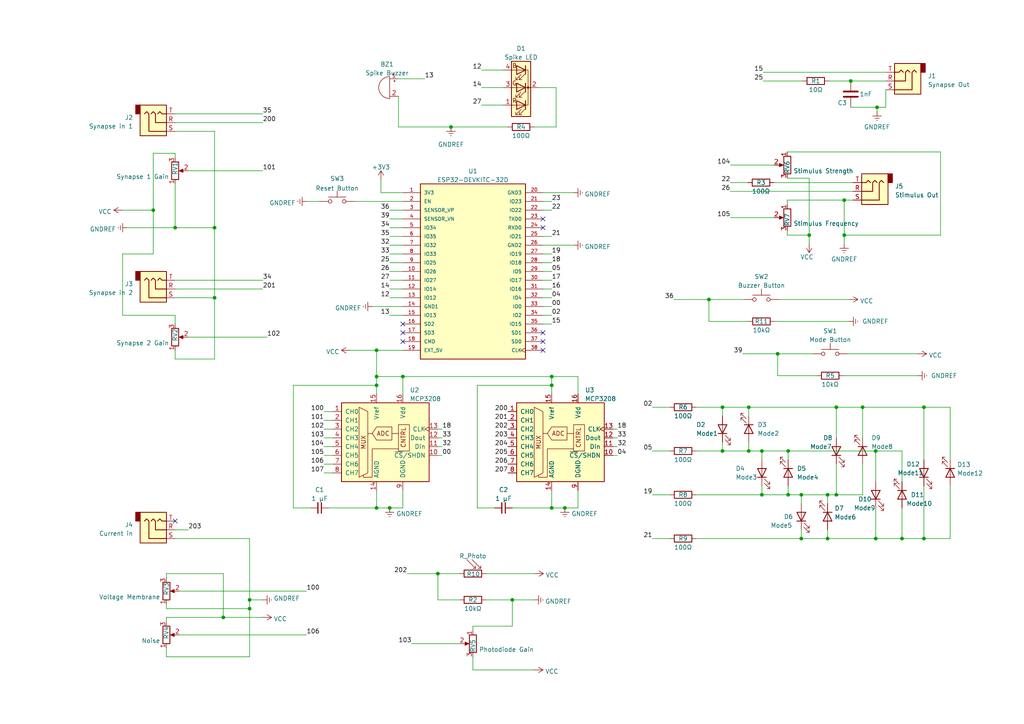
<source format=kicad_sch>
(kicad_sch (version 20250114) (generator "eeschema") (generator_version "9.0")
  (paper "A4")
  (lib_symbols
    (symbol "Analog_ADC:MCP3208" (pin_names (offset 1.016))
      (property "Reference" "U" (at -5.08 13.335 0))
      (property "Value" "MCP3208" (at -5.08 11.43 0))
      (symbol "MCP3208_0_0"
        (text "MUX" (at -6.35 -1.27 900) (effects (font (size 1.27 1.27))))
        (text "ADC" (at -0.635 1.27 0) (effects (font (size 1.27 1.27))))
        (text "CNTRL" (at 5.969 -2.921 900) (effects (font (size 1.27 1.27)) (justify left bottom)))
      )
      (symbol "MCP3208_0_1"
        (polyline (pts (xy -7.62 8.89) (xy -7.62 -11.43) (xy -5.08 -10.16) (xy -5.08 7.62) (xy -7.62 8.89)))
        (polyline (pts (xy -3.81 1.27) (xy -5.08 1.27)))
        (polyline (pts (xy 1.905 3.175) (xy 1.905 -0.635) (xy -2.54 -0.635) (xy -3.81 1.27) (xy -2.54 3.175) (xy 1.905 3.175)))
        (polyline (pts (xy 1.905 1.27) (xy 3.81 1.27)))
        (polyline (pts (xy 3.81 -3.175) (xy -3.81 -3.175) (xy -3.81 -11.43) (xy -6.35 -11.43) (xy -6.35 -10.795)))
        (rectangle (start 3.81 -3.81) (end 6.985 3.81))
        (rectangle (start 12.7 -12.7) (end -12.7 10.16) (stroke (width 0.254)) (fill (type background)))
      )
      (symbol "MCP3208_1_1"
        (pin input line (at -15.24 7.62 0) (length 2.54) (name "CH0") (number "1"))
        (pin input line (at -15.24 5.08 0) (length 2.54) (name "CH1") (number "2"))
        (pin input line (at -15.24 2.54 0) (length 2.54) (name "CH2") (number "3"))
        (pin input line (at -15.24 0 0) (length 2.54) (name "CH3") (number "4"))
        (pin input line (at -15.24 -2.54 0) (length 2.54) (name "CH4") (number "5"))
        (pin input line (at -15.24 -5.08 0) (length 2.54) (name "CH5") (number "6"))
        (pin input line (at -15.24 -7.62 0) (length 2.54) (name "CH6") (number "7"))
        (pin input line (at -15.24 -10.16 0) (length 2.54) (name "CH7") (number "8"))
        (pin power_in line (at -2.54 12.7 270) (length 2.54) (name "Vref") (number "15"))
        (pin power_in line (at -2.54 -15.24 90) (length 2.54) (name "AGND") (number "14"))
        (pin power_in line (at 5.08 12.7 270) (length 2.54) (name "Vdd") (number "16"))
        (pin power_in line (at 5.08 -15.24 90) (length 2.54) (name "DGND") (number "9"))
        (pin input clock (at 15.24 2.54 180) (length 2.54) (name "CLK") (number "13"))
        (pin output line (at 15.24 0 180) (length 2.54) (name "Dout") (number "12"))
        (pin input line (at 15.24 -2.54 180) (length 2.54) (name "Din") (number "11"))
        (pin input line (at 15.24 -5.08 180) (length 2.54) (name "~{CS}/SHDN") (number "10"))
      )
    )
    (symbol "Connector:AudioJack3"
      (property "Reference" "J" (at 0 8.89 0))
      (property "Value" "AudioJack3" (at 0 6.35 0))
      (symbol "AudioJack3_0_1"
        (rectangle (start -5.08 -5.08) (end -6.35 -2.54) (stroke (width 0.254)) (fill (type outline)))
        (polyline (pts (xy -1.905 -2.54) (xy -1.27 -3.175) (xy -0.635 -2.54) (xy -0.635 0) (xy 2.54 0)) (stroke (width 0.254)))
        (polyline (pts (xy 0 -2.54) (xy 0.635 -3.175) (xy 1.27 -2.54) (xy 2.54 -2.54)) (stroke (width 0.254)))
        (rectangle (start 2.54 3.81) (end -5.08 -5.08) (stroke (width 0.254)) (fill (type background)))
        (polyline (pts (xy 2.54 2.54) (xy -2.54 2.54) (xy -2.54 -2.54) (xy -3.175 -3.175) (xy -3.81 -2.54)) (stroke (width 0.254)))
      )
      (symbol "AudioJack3_1_1"
        (pin passive line (at 5.08 2.54 180) (length 2.54) (name "~") (number "S"))
        (pin passive line (at 5.08 0 180) (length 2.54) (name "~") (number "R"))
        (pin passive line (at 5.08 -2.54 180) (length 2.54) (name "~") (number "T"))
      )
    )
    (symbol "Device:Buzzer" (pin_names (offset 0.0254) (hide yes))
      (property "Reference" "BZ" (at 3.81 1.27 0))
      (property "Value" "Buzzer" (at 3.81 -1.27 0))
      (symbol "Buzzer_0_1"
        (polyline (pts (xy -1.651 1.905) (xy -1.143 1.905)))
        (polyline (pts (xy -1.397 2.159) (xy -1.397 1.651)))
        (arc (start 0 3.175) (mid 3.1612 0) (end 0 -3.175))
        (polyline (pts (xy 0 3.175) (xy 0 -3.175)))
      )
      (symbol "Buzzer_1_1"
        (pin passive line (at -2.54 2.54 0) (length 2.54) (name "-") (number "1"))
        (pin passive line (at -2.54 -2.54 0) (length 2.54) (name "+") (number "2"))
      )
    )
    (symbol "Device:C" (pin_numbers (hide yes)) (pin_names (offset 0.254))
      (property "Reference" "C" (at 0.635 2.54 0))
      (property "Value" "C" (at 0.635 -2.54 0))
      (symbol "C_0_1"
        (polyline (pts (xy -2.032 0.762) (xy 2.032 0.762)) (stroke (width 0.508)))
        (polyline (pts (xy -2.032 -0.762) (xy 2.032 -0.762)) (stroke (width 0.508)))
      )
      (symbol "C_1_1"
        (pin passive line (at 0 3.81 270) (length 2.794) (name "~") (number "1"))
        (pin passive line (at 0 -3.81 90) (length 2.794) (name "~") (number "2"))
      )
    )
    (symbol "Device:C_Small" (pin_numbers (hide yes)) (pin_names (offset 0.254) (hide yes))
      (property "Reference" "C" (at 0.254 1.778 0))
      (property "Value" "C_Small" (at 0.254 -2.032 0))
      (symbol "C_Small_0_1"
        (polyline (pts (xy -1.524 0.508) (xy 1.524 0.508)) (stroke (width 0.3048)))
        (polyline (pts (xy -1.524 -0.508) (xy 1.524 -0.508)) (stroke (width 0.3302)))
      )
      (symbol "C_Small_1_1"
        (pin passive line (at 0 2.54 270) (length 2.032) (name "~") (number "1"))
        (pin passive line (at 0 -2.54 90) (length 2.032) (name "~") (number "2"))
      )
    )
    (symbol "Device:LED" (pin_numbers (hide yes)) (pin_names (offset 1.016) (hide yes))
      (property "Reference" "D" (at 0 2.54 0))
      (property "Value" "LED" (at 0 -2.54 0))
      (symbol "LED_0_1"
        (polyline (pts (xy -3.048 -0.762) (xy -4.572 -2.286) (xy -3.81 -2.286) (xy -4.572 -2.286) (xy -4.572 -1.524)))
        (polyline (pts (xy -1.778 -0.762) (xy -3.302 -2.286) (xy -2.54 -2.286) (xy -3.302 -2.286) (xy -3.302 -1.524)))
        (polyline (pts (xy -1.27 0) (xy 1.27 0)))
        (polyline (pts (xy -1.27 -1.27) (xy -1.27 1.27)) (stroke (width 0.254)))
        (polyline (pts (xy 1.27 -1.27) (xy 1.27 1.27) (xy -1.27 0) (xy 1.27 -1.27)) (stroke (width 0.254)))
      )
      (symbol "LED_1_1"
        (pin passive line (at -3.81 0 0) (length 2.54) (name "K") (number "1"))
        (pin passive line (at 3.81 0 180) (length 2.54) (name "A") (number "2"))
      )
    )
    (symbol "Device:LED_RKGB" (pin_names (offset 0) (hide yes))
      (property "Reference" "D" (at 0 9.398 0))
      (property "Value" "LED_RKGB" (at 0 -8.89 0))
      (symbol "LED_RKGB_0_0"
        (text "R" (at 1.905 3.81 0) (effects (font (size 1.27 1.27))))
        (text "G" (at 1.905 -1.27 0) (effects (font (size 1.27 1.27))))
        (text "B" (at 1.905 -6.35 0) (effects (font (size 1.27 1.27))))
      )
      (symbol "LED_RKGB_0_1"
        (circle (center -2.032 0) (radius 0.254) (fill (type outline)))
        (polyline (pts (xy -1.27 6.35) (xy -1.27 3.81)) (stroke (width 0.254)))
        (polyline (pts (xy -1.27 6.35) (xy -1.27 3.81) (xy -1.27 3.81)))
        (polyline (pts (xy -1.27 5.08) (xy 1.27 5.08)))
        (polyline (pts (xy -1.27 5.08) (xy -2.032 5.08) (xy -2.032 -5.08) (xy -1.016 -5.08)))
        (polyline (pts (xy -1.27 1.27) (xy -1.27 -1.27)) (stroke (width 0.254)))
        (polyline (pts (xy -1.27 1.27) (xy -1.27 -1.27) (xy -1.27 -1.27)))
        (polyline (pts (xy -1.27 0) (xy -2.54 0)))
        (polyline (pts (xy -1.27 -3.81) (xy -1.27 -6.35)) (stroke (width 0.254)))
        (polyline (pts (xy -1.27 -5.08) (xy 1.27 -5.08)))
        (polyline (pts (xy -1.016 6.35) (xy 0.508 7.874) (xy -0.254 7.874) (xy 0.508 7.874) (xy 0.508 7.112)))
        (polyline (pts (xy -1.016 1.27) (xy 0.508 2.794) (xy -0.254 2.794) (xy 0.508 2.794) (xy 0.508 2.032)))
        (polyline (pts (xy -1.016 -3.81) (xy 0.508 -2.286) (xy -0.254 -2.286) (xy 0.508 -2.286) (xy 0.508 -3.048)))
        (polyline (pts (xy 0 6.35) (xy 1.524 7.874) (xy 0.762 7.874) (xy 1.524 7.874) (xy 1.524 7.112)))
        (polyline (pts (xy 0 1.27) (xy 1.524 2.794) (xy 0.762 2.794) (xy 1.524 2.794) (xy 1.524 2.032)))
        (polyline (pts (xy 0 -3.81) (xy 1.524 -2.286) (xy 0.762 -2.286) (xy 1.524 -2.286) (xy 1.524 -3.048)))
        (polyline (pts (xy 1.27 6.35) (xy 1.27 3.81) (xy -1.27 5.08) (xy 1.27 6.35)) (stroke (width 0.254)))
        (rectangle (start 1.27 6.35) (end 1.27 6.35))
        (polyline (pts (xy 1.27 5.08) (xy 2.54 5.08)))
        (rectangle (start 1.27 3.81) (end 1.27 6.35))
        (polyline (pts (xy 1.27 1.27) (xy 1.27 -1.27) (xy -1.27 0) (xy 1.27 1.27)) (stroke (width 0.254)))
        (rectangle (start 1.27 1.27) (end 1.27 1.27))
        (polyline (pts (xy 1.27 0) (xy -1.27 0)))
        (polyline (pts (xy 1.27 0) (xy 2.54 0)))
        (rectangle (start 1.27 -1.27) (end 1.27 1.27))
        (polyline (pts (xy 1.27 -3.81) (xy 1.27 -6.35) (xy -1.27 -5.08) (xy 1.27 -3.81)) (stroke (width 0.254)))
        (polyline (pts (xy 1.27 -5.08) (xy 2.54 -5.08)))
        (rectangle (start 2.794 8.382) (end -2.794 -7.62) (stroke (width 0.254)) (fill (type background)))
      )
      (symbol "LED_RKGB_1_1"
        (pin passive line (at -5.08 0 0) (length 2.54) (name "K") (number "2"))
        (pin passive line (at 5.08 5.08 180) (length 2.54) (name "RA") (number "1"))
        (pin passive line (at 5.08 0 180) (length 2.54) (name "GA") (number "3"))
        (pin passive line (at 5.08 -5.08 180) (length 2.54) (name "BA") (number "4"))
      )
    )
    (symbol "Device:R" (pin_numbers (hide yes)) (pin_names (offset 0))
      (property "Reference" "R" (at 2.032 0 90))
      (property "Value" "R" (at 0 0 90))
      (symbol "R_0_1"
        (rectangle (start -1.016 -2.54) (end 1.016 2.54) (stroke (width 0.254)))
      )
      (symbol "R_1_1"
        (pin passive line (at 0 3.81 270) (length 1.27) (name "~") (number "1"))
        (pin passive line (at 0 -3.81 90) (length 1.27) (name "~") (number "2"))
      )
    )
    (symbol "Device:R_Photo" (pin_numbers (hide yes)) (pin_names (offset 0))
      (property "Reference" "R" (at 1.27 1.27 0))
      (property "Value" "R_Photo" (at 1.27 0 0))
      (symbol "R_Photo_0_1"
        (polyline (pts (xy -1.524 -0.762) (xy -4.064 1.778)))
        (polyline (pts (xy -1.524 -0.762) (xy -2.286 -0.762)))
        (polyline (pts (xy -1.524 -0.762) (xy -1.524 0)))
        (polyline (pts (xy -1.524 -2.286) (xy -4.064 0.254)))
        (polyline (pts (xy -1.524 -2.286) (xy -2.286 -2.286)))
        (polyline (pts (xy -1.524 -2.286) (xy -1.524 -1.524)))
        (rectangle (start -1.016 2.54) (end 1.016 -2.54) (stroke (width 0.254)))
      )
      (symbol "R_Photo_1_1"
        (pin passive line (at 0 3.81 270) (length 1.27) (name "~") (number "1"))
        (pin passive line (at 0 -3.81 90) (length 1.27) (name "~") (number "2"))
      )
    )
    (symbol "Device:R_Potentiometer" (pin_names (offset 1.016) (hide yes))
      (property "Reference" "RV" (at -4.445 0 90))
      (property "Value" "R_Potentiometer" (at -2.54 0 90))
      (symbol "R_Potentiometer_0_1"
        (rectangle (start 1.016 2.54) (end -1.016 -2.54) (stroke (width 0.254)))
        (polyline (pts (xy 1.143 0) (xy 2.286 0.508) (xy 2.286 -0.508) (xy 1.143 0)) (fill (type outline)))
        (polyline (pts (xy 2.54 0) (xy 1.524 0)))
      )
      (symbol "R_Potentiometer_1_1"
        (pin passive line (at 0 3.81 270) (length 1.27) (name "1") (number "1"))
        (pin passive line (at 0 -3.81 90) (length 1.27) (name "3") (number "3"))
        (pin passive line (at 3.81 0 180) (length 1.27) (name "2") (number "2"))
      )
    )
    (symbol "ESP32-DEVKITC-32D:ESP32-DEVKITC-32D" (pin_names (offset 1.016))
      (property "Reference" "U" (at -15.2654 26.0604 0))
      (property "Value" "ESP32-DEVKITC-32D" (at -15.2654 -27.9654 0))
      (symbol "ESP32-DEVKITC-32D_0_0"
        (rectangle (start -15.24 -25.4) (end 15.24 25.4) (stroke (width 0.254)) (fill (type background)))
        (pin power_in line (at -20.32 22.86 0) (length 5.08) (name "3V3") (number "1"))
        (pin input line (at -20.32 20.32 0) (length 5.08) (name "EN") (number "2"))
        (pin input line (at -20.32 17.78 0) (length 5.08) (name "SENSOR_VP") (number "3"))
        (pin input line (at -20.32 15.24 0) (length 5.08) (name "SENSOR_VN") (number "4"))
        (pin bidirectional line (at -20.32 12.7 0) (length 5.08) (name "IO34") (number "5"))
        (pin bidirectional line (at -20.32 10.16 0) (length 5.08) (name "IO35") (number "6"))
        (pin bidirectional line (at -20.32 7.62 0) (length 5.08) (name "IO32") (number "7"))
        (pin bidirectional line (at -20.32 5.08 0) (length 5.08) (name "IO33") (number "8"))
        (pin bidirectional line (at -20.32 2.54 0) (length 5.08) (name "IO25") (number "9"))
        (pin bidirectional line (at -20.32 0 0) (length 5.08) (name "IO26") (number "10"))
        (pin bidirectional line (at -20.32 -2.54 0) (length 5.08) (name "IO27") (number "11"))
        (pin bidirectional line (at -20.32 -5.08 0) (length 5.08) (name "IO14") (number "12"))
        (pin bidirectional line (at -20.32 -7.62 0) (length 5.08) (name "IO12") (number "13"))
        (pin power_in line (at -20.32 -10.16 0) (length 5.08) (name "GND1") (number "14"))
        (pin bidirectional line (at -20.32 -12.7 0) (length 5.08) (name "IO13") (number "15"))
        (pin bidirectional line (at -20.32 -15.24 0) (length 5.08) (name "SD2") (number "16"))
        (pin bidirectional line (at -20.32 -17.78 0) (length 5.08) (name "SD3") (number "17"))
        (pin bidirectional line (at -20.32 -20.32 0) (length 5.08) (name "CMD") (number "18"))
        (pin power_in line (at -20.32 -22.86 0) (length 5.08) (name "EXT_5V") (number "19"))
        (pin power_in line (at 20.32 22.86 180) (length 5.08) (name "GND3") (number "20"))
        (pin bidirectional line (at 20.32 20.32 180) (length 5.08) (name "IO23") (number "21"))
        (pin bidirectional line (at 20.32 17.78 180) (length 5.08) (name "IO22") (number "22"))
        (pin output line (at 20.32 15.24 180) (length 5.08) (name "TXD0") (number "23"))
        (pin input line (at 20.32 12.7 180) (length 5.08) (name "RXD0") (number "24"))
        (pin bidirectional line (at 20.32 10.16 180) (length 5.08) (name "IO21") (number "25"))
        (pin power_in line (at 20.32 7.62 180) (length 5.08) (name "GND2") (number "26"))
        (pin bidirectional line (at 20.32 5.08 180) (length 5.08) (name "IO19") (number "27"))
        (pin bidirectional line (at 20.32 2.54 180) (length 5.08) (name "IO18") (number "28"))
        (pin bidirectional line (at 20.32 0 180) (length 5.08) (name "IO5") (number "29"))
        (pin bidirectional line (at 20.32 -2.54 180) (length 5.08) (name "IO17") (number "30"))
        (pin bidirectional line (at 20.32 -5.08 180) (length 5.08) (name "IO16") (number "31"))
        (pin bidirectional line (at 20.32 -7.62 180) (length 5.08) (name "IO4") (number "32"))
        (pin bidirectional line (at 20.32 -10.16 180) (length 5.08) (name "IO0") (number "33"))
        (pin bidirectional line (at 20.32 -12.7 180) (length 5.08) (name "IO2") (number "34"))
        (pin bidirectional line (at 20.32 -15.24 180) (length 5.08) (name "IO15") (number "35"))
        (pin bidirectional line (at 20.32 -17.78 180) (length 5.08) (name "SD1") (number "36"))
        (pin bidirectional line (at 20.32 -20.32 180) (length 5.08) (name "SD0") (number "37"))
        (pin input clock (at 20.32 -22.86 180) (length 5.08) (name "CLK") (number "38"))
      )
    )
    (symbol "Spikeling_v3.0-altium-import:root_0_RK09D1130C2P_" (pin_numbers (hide yes)) (pin_names (hide yes))
      (symbol "root_0_RK09D1130C2P__1_0"
        (polyline (pts (xy -2.54 0) (xy -2.032 1.016)) (stroke (width 0) (color 160 0 0 1)))
        (polyline (pts (xy -2.54 -2.54) (xy 2.54 -2.54)) (stroke (width 0) (color 160 0 0 1)))
        (polyline (pts (xy -2.032 1.016) (xy -1.524 -1.016)) (stroke (width 0) (color 160 0 0 1)))
        (polyline (pts (xy -1.524 -1.016) (xy -0.762 1.016)) (stroke (width 0) (color 160 0 0 1)))
        (polyline (pts (xy -0.762 1.016) (xy -0.254 -1.016)) (stroke (width 0) (color 160 0 0 1)))
        (polyline (pts (xy -0.508 2.54) (xy 0 1.524) (xy 0 1.524) (xy 0.508 2.54) (xy 0.508 2.54) (xy -0.508 2.54)) (stroke (width 0) (color 160 0 0 1)))
        (polyline (pts (xy -0.254 -1.016) (xy 0.254 1.016)) (stroke (width 0) (color 160 0 0 1)))
        (polyline (pts (xy 0 2.54) (xy 0 1.524)) (stroke (width 0) (color 160 0 0 1)))
        (polyline (pts (xy 0.254 1.016) (xy 1.016 -1.016)) (stroke (width 0) (color 160 0 0 1)))
        (polyline (pts (xy 1.016 -1.016) (xy 1.524 1.016)) (stroke (width 0) (color 160 0 0 1)))
        (polyline (pts (xy 1.524 1.016) (xy 2.286 -1.016)) (stroke (width 0) (color 160 0 0 1)))
        (polyline (pts (xy 2.286 -1.016) (xy 2.54 0)) (stroke (width 0) (color 160 0 0 1)))
        (circle (center 2.794 0.762) (radius 0.254) (stroke (width 0) (color 160 0 0 1)) (fill (type outline)))
        (pin passive line (at -5.08 0 0) (length 2.54) (name "3") (number "3"))
        (pin passive line (at -5.08 -2.54 0) (length 2.54) (name "5") (number "5"))
        (pin passive line (at 0 5.08 270) (length 2.54) (name "2") (number "2"))
        (pin passive line (at 5.08 0 180) (length 2.54) (name "1") (number "1"))
        (pin passive line (at 5.08 -2.54 180) (length 2.54) (name "4") (number "4"))
      )
    )
    (symbol "Switch:SW_Push" (pin_numbers (hide yes)) (pin_names (offset 1.016) (hide yes))
      (property "Reference" "SW" (at 1.27 2.54 0))
      (property "Value" "SW_Push" (at 0 -1.524 0))
      (symbol "SW_Push_0_1"
        (circle (center -2.032 0) (radius 0.508))
        (polyline (pts (xy 0 1.27) (xy 0 3.048)))
        (circle (center 2.032 0) (radius 0.508))
        (polyline (pts (xy 2.54 1.27) (xy -2.54 1.27)))
        (pin passive line (at -5.08 0 0) (length 2.54) (name "1") (number "1"))
        (pin passive line (at 5.08 0 180) (length 2.54) (name "2") (number "2"))
      )
    )
    (symbol "power:+3.3V" (power) (pin_names (offset 0))
      (property "Value" "+3.3V" (at 0 3.556 0))
      (symbol "+3.3V_0_1"
        (polyline (pts (xy -0.762 1.27) (xy 0 2.54)))
        (polyline (pts (xy 0 2.54) (xy 0.762 1.27)))
        (polyline (pts (xy 0 0) (xy 0 2.54)))
      )
      (symbol "+3.3V_1_1"
        (pin power_in line (at 0 0 90) (length 0) (hide yes) (name "+3V3") (number "1"))
      )
    )
    (symbol "power:GNDREF" (power) (pin_names (offset 0))
      (property "Value" "GNDREF" (at 0 -3.81 0))
      (symbol "GNDREF_0_1"
        (polyline (pts (xy -0.635 -1.905) (xy 0.635 -1.905)))
        (polyline (pts (xy -0.127 -2.54) (xy 0.127 -2.54)))
        (polyline (pts (xy 0 -1.27) (xy 0 0)))
        (polyline (pts (xy 1.27 -1.27) (xy -1.27 -1.27)))
      )
      (symbol "GNDREF_1_1"
        (pin power_in line (at 0 0 270) (length 0) (hide yes) (name "GNDREF") (number "1"))
      )
    )
    (symbol "power:VCC" (power) (pin_names (offset 0))
      (property "Value" "VCC" (at 0 3.81 0))
      (symbol "VCC_0_1"
        (polyline (pts (xy -0.762 1.27) (xy 0 2.54)))
        (polyline (pts (xy 0 2.54) (xy 0.762 1.27)))
        (polyline (pts (xy 0 0) (xy 0 2.54)))
      )
      (symbol "VCC_1_1"
        (pin power_in line (at 0 0 90) (length 0) (hide yes) (name "VCC") (number "1"))
      )
    )
  )
  (junction (at 113.03 147.32))
  (junction (at 261.62 156.21))
  (junction (at 228.6 143.51))
  (junction (at 160.02 111.76))
  (junction (at 44.45 60.96))
  (junction (at 244.856 68.199))
  (junction (at 228.6 130.81))
  (junction (at 254.381 31.115))
  (junction (at 109.22 147.32))
  (junction (at 209.55 130.81))
  (junction (at 250.19 118.11))
  (junction (at 254 156.21))
  (junction (at 160.02 109.22))
  (junction (at 62.23 86.36))
  (junction (at 240.03 156.21))
  (junction (at 267.97 118.11))
  (junction (at 254 130.81))
  (junction (at 232.41 143.51))
  (junction (at 109.22 111.76))
  (junction (at 232.41 156.21))
  (junction (at 242.57 143.51))
  (junction (at 160.02 147.32))
  (junction (at 116.84 109.22))
  (junction (at 130.81 36.83))
  (junction (at 267.97 156.21))
  (junction (at 217.17 118.11))
  (junction (at 109.22 101.6))
  (junction (at 234.696 68.199))
  (junction (at 163.83 147.32))
  (junction (at 72.39 173.99))
  (junction (at 244.856 58.039))
  (junction (at 64.77 179.07))
  (junction (at 205.613 86.868))
  (junction (at 62.23 66.04))
  (junction (at 246.761 23.495))
  (junction (at 217.17 130.81))
  (junction (at 225.552 102.616))
  (junction (at 148.59 173.99))
  (junction (at 240.03 143.51))
  (junction (at 109.22 109.22))
  (junction (at 72.39 176.53))
  (junction (at 127 166.37))
  (junction (at 209.55 118.11))
  (junction (at 220.98 143.51))
  (junction (at 220.98 130.81))
  (junction (at 50.8 66.04))
  (junction (at 242.57 118.11))
  (no_connect (at 157.48 96.52))
  (no_connect (at 157.48 99.06))
  (no_connect (at 157.48 101.6))
  (no_connect (at 116.84 99.06))
  (no_connect (at 116.84 96.52))
  (no_connect (at 116.84 93.98))
  (no_connect (at 50.8 151.13))
  (no_connect (at 157.48 63.5))
  (no_connect (at 157.48 66.04))
  (wire (pts (xy 209.55 118.11) (xy 209.55 120.65)))
  (wire (pts (xy 116.84 109.22) (xy 160.02 109.22)))
  (wire (pts (xy 137.16 190.5) (xy 137.16 194.31)))
  (wire (pts (xy 267.97 118.11) (xy 275.59 118.11)))
  (wire (pts (xy 48.26 180.34) (xy 48.26 179.07)))
  (wire (pts (xy 93.98 137.16) (xy 96.52 137.16)))
  (wire (pts (xy 157.48 78.74) (xy 160.02 78.74)))
  (wire (pts (xy 157.48 55.88) (xy 166.37 55.88)))
  (wire (pts (xy 64.77 179.07) (xy 76.2 179.07)))
  (wire (pts (xy 246.761 31.115) (xy 254.381 31.115)))
  (wire (pts (xy 217.17 118.11) (xy 242.57 118.11)))
  (wire (pts (xy 160.02 109.22) (xy 167.64 109.22)))
  (wire (pts (xy 35.56 91.44) (xy 50.8 91.44)))
  (wire (pts (xy 201.93 143.51) (xy 220.98 143.51)))
  (wire (pts (xy 85.09 147.32) (xy 90.17 147.32)))
  (wire (pts (xy 116.84 109.22) (xy 116.84 114.3)))
  (wire (pts (xy 157.48 81.28) (xy 160.02 81.28)))
  (wire (pts (xy 160.02 147.32) (xy 148.59 147.32)))
  (wire (pts (xy 113.03 81.28) (xy 116.84 81.28)))
  (wire (pts (xy 64.77 166.37) (xy 64.77 179.07)))
  (wire (pts (xy 160.02 109.22) (xy 160.02 111.76)))
  (wire (pts (xy 72.39 173.99) (xy 72.39 176.53)))
  (wire (pts (xy 110.49 52.07) (xy 110.49 55.88)))
  (wire (pts (xy 234.696 51.689) (xy 234.696 68.199)))
  (wire (pts (xy 116.84 101.6) (xy 109.22 101.6)))
  (wire (pts (xy 228.346 58.039) (xy 228.346 59.309)))
  (wire (pts (xy 54.61 49.53) (xy 76.2 49.53)))
  (wire (pts (xy 113.03 76.2) (xy 116.84 76.2)))
  (wire (pts (xy 275.59 118.11) (xy 275.59 133.35)))
  (wire (pts (xy 254 130.81) (xy 261.62 130.81)))
  (wire (pts (xy 157.48 73.66) (xy 160.02 73.66)))
  (wire (pts (xy 50.8 83.82) (xy 76.2 83.82)))
  (wire (pts (xy 50.8 38.1) (xy 62.23 38.1)))
  (wire (pts (xy 244.856 68.199) (xy 244.856 70.739)))
  (wire (pts (xy 245.872 102.616) (xy 266.192 102.616)))
  (wire (pts (xy 101.6 101.6) (xy 109.22 101.6)))
  (wire (pts (xy 267.97 118.11) (xy 267.97 133.35)))
  (wire (pts (xy 44.45 73.66) (xy 35.56 73.66)))
  (wire (pts (xy 228.6 143.51) (xy 228.6 140.97)))
  (wire (pts (xy 261.62 130.81) (xy 261.62 139.7)))
  (wire (pts (xy 48.26 175.26) (xy 48.26 176.53)))
  (wire (pts (xy 244.856 58.039) (xy 247.396 58.039)))
  (wire (pts (xy 240.411 23.495) (xy 246.761 23.495)))
  (wire (pts (xy 48.26 179.07) (xy 64.77 179.07)))
  (wire (pts (xy 113.03 83.82) (xy 116.84 83.82)))
  (wire (pts (xy 160.02 111.76) (xy 160.02 114.3)))
  (wire (pts (xy 50.8 156.21) (xy 72.39 156.21)))
  (wire (pts (xy 254.381 31.115) (xy 256.921 31.115)))
  (wire (pts (xy 113.03 78.74) (xy 116.84 78.74)))
  (wire (pts (xy 228.346 58.039) (xy 244.856 58.039)))
  (wire (pts (xy 137.16 181.61) (xy 148.59 181.61)))
  (wire (pts (xy 161.29 25.4) (xy 161.29 36.83)))
  (wire (pts (xy 127 132.08) (xy 128.27 132.08)))
  (wire (pts (xy 127 166.37) (xy 133.35 166.37)))
  (wire (pts (xy 244.856 68.199) (xy 272.796 68.199)))
  (wire (pts (xy 225.552 108.966) (xy 236.982 108.966)))
  (wire (pts (xy 44.45 44.45) (xy 50.8 44.45)))
  (wire (pts (xy 127 127) (xy 128.27 127)))
  (wire (pts (xy 50.8 44.45) (xy 50.8 45.72)))
  (wire (pts (xy 127 173.99) (xy 133.35 173.99)))
  (wire (pts (xy 240.03 143.51) (xy 240.03 146.05)))
  (wire (pts (xy 220.98 130.81) (xy 228.6 130.81)))
  (wire (pts (xy 157.48 76.2) (xy 160.02 76.2)))
  (wire (pts (xy 234.696 68.199) (xy 228.346 68.199)))
  (wire (pts (xy 139.7 25.4) (xy 146.05 25.4)))
  (wire (pts (xy 110.49 55.88) (xy 116.84 55.88)))
  (wire (pts (xy 93.98 124.46) (xy 96.52 124.46)))
  (wire (pts (xy 224.536 52.959) (xy 247.396 52.959)))
  (wire (pts (xy 113.03 73.66) (xy 116.84 73.66)))
  (wire (pts (xy 119.38 186.69) (xy 133.35 186.69)))
  (wire (pts (xy 261.62 147.32) (xy 261.62 156.21)))
  (wire (pts (xy 62.23 66.04) (xy 50.8 66.04)))
  (wire (pts (xy 115.57 22.86) (xy 123.19 22.86)))
  (wire (pts (xy 228.346 51.689) (xy 234.696 51.689)))
  (wire (pts (xy 267.97 156.21) (xy 267.97 140.97)))
  (wire (pts (xy 140.97 166.37) (xy 155.067 166.37)))
  (wire (pts (xy 113.03 86.36) (xy 116.84 86.36)))
  (wire (pts (xy 50.8 104.14) (xy 62.23 104.14)))
  (wire (pts (xy 35.56 60.96) (xy 44.45 60.96)))
  (wire (pts (xy 189.23 118.11) (xy 194.31 118.11)))
  (wire (pts (xy 228.6 130.81) (xy 228.6 133.35)))
  (wire (pts (xy 148.59 173.99) (xy 154.94 173.99)))
  (wire (pts (xy 157.48 88.9) (xy 160.02 88.9)))
  (wire (pts (xy 113.03 68.58) (xy 116.84 68.58)))
  (wire (pts (xy 234.696 68.199) (xy 234.696 70.739)))
  (wire (pts (xy 177.8 127) (xy 179.07 127)))
  (wire (pts (xy 62.23 38.1) (xy 62.23 66.04)))
  (wire (pts (xy 189.23 156.21) (xy 194.31 156.21)))
  (wire (pts (xy 50.8 33.02) (xy 76.2 33.02)))
  (wire (pts (xy 209.55 130.81) (xy 217.17 130.81)))
  (wire (pts (xy 211.836 63.119) (xy 224.536 63.119)))
  (wire (pts (xy 54.61 97.79) (xy 77.47 97.79)))
  (wire (pts (xy 254 130.81) (xy 254 139.7)))
  (wire (pts (xy 254 147.32) (xy 254 156.21)))
  (wire (pts (xy 157.48 93.98) (xy 160.02 93.98)))
  (wire (pts (xy 225.933 86.868) (xy 246.253 86.868)))
  (wire (pts (xy 157.48 86.36) (xy 160.02 86.36)))
  (wire (pts (xy 140.97 173.99) (xy 148.59 173.99)))
  (wire (pts (xy 72.39 176.53) (xy 72.39 190.5)))
  (wire (pts (xy 88.9 58.42) (xy 92.71 58.42)))
  (wire (pts (xy 160.02 147.32) (xy 163.83 147.32)))
  (wire (pts (xy 209.55 118.11) (xy 217.17 118.11)))
  (wire (pts (xy 209.55 130.81) (xy 201.93 130.81)))
  (wire (pts (xy 116.84 147.32) (xy 113.03 147.32)))
  (wire (pts (xy 48.26 176.53) (xy 72.39 176.53)))
  (wire (pts (xy 113.03 60.96) (xy 116.84 60.96)))
  (wire (pts (xy 220.98 130.81) (xy 220.98 133.35)))
  (wire (pts (xy 127 129.54) (xy 128.27 129.54)))
  (wire (pts (xy 250.19 118.11) (xy 267.97 118.11)))
  (wire (pts (xy 205.613 93.218) (xy 217.043 93.218)))
  (wire (pts (xy 189.23 143.51) (xy 194.31 143.51)))
  (wire (pts (xy 215.392 102.616) (xy 225.552 102.616)))
  (wire (pts (xy 127 166.37) (xy 127 173.99)))
  (wire (pts (xy 130.81 36.83) (xy 147.32 36.83)))
  (wire (pts (xy 250.19 118.11) (xy 250.19 127)))
  (wire (pts (xy 217.17 130.81) (xy 217.17 128.27)))
  (wire (pts (xy 139.7 20.32) (xy 146.05 20.32)))
  (wire (pts (xy 195.453 86.868) (xy 205.613 86.868)))
  (wire (pts (xy 50.8 91.44) (xy 50.8 93.98)))
  (wire (pts (xy 177.8 132.08) (xy 179.07 132.08)))
  (wire (pts (xy 109.22 147.32) (xy 113.03 147.32)))
  (wire (pts (xy 246.761 23.495) (xy 256.921 23.495)))
  (wire (pts (xy 113.03 66.04) (xy 116.84 66.04)))
  (wire (pts (xy 167.64 109.22) (xy 167.64 114.3)))
  (wire (pts (xy 93.98 129.54) (xy 96.52 129.54)))
  (wire (pts (xy 115.57 36.83) (xy 130.81 36.83)))
  (wire (pts (xy 232.41 156.21) (xy 240.03 156.21)))
  (wire (pts (xy 160.02 142.24) (xy 160.02 147.32)))
  (wire (pts (xy 48.26 166.37) (xy 64.77 166.37)))
  (wire (pts (xy 177.8 129.54) (xy 179.07 129.54)))
  (wire (pts (xy 107.95 88.9) (xy 116.84 88.9)))
  (wire (pts (xy 242.57 143.51) (xy 250.19 143.51)))
  (wire (pts (xy 221.361 23.495) (xy 232.791 23.495)))
  (wire (pts (xy 157.48 58.42) (xy 160.02 58.42)))
  (wire (pts (xy 157.48 68.58) (xy 160.02 68.58)))
  (wire (pts (xy 220.98 140.97) (xy 220.98 143.51)))
  (wire (pts (xy 250.19 134.62) (xy 250.19 143.51)))
  (wire (pts (xy 240.03 156.21) (xy 240.03 153.67)))
  (wire (pts (xy 228.346 66.929) (xy 228.346 68.199)))
  (wire (pts (xy 177.8 124.46) (xy 179.07 124.46)))
  (wire (pts (xy 163.83 147.32) (xy 167.64 147.32)))
  (wire (pts (xy 201.93 118.11) (xy 209.55 118.11)))
  (wire (pts (xy 36.83 66.04) (xy 50.8 66.04)))
  (wire (pts (xy 62.23 86.36) (xy 62.23 66.04)))
  (wire (pts (xy 240.03 143.51) (xy 242.57 143.51)))
  (wire (pts (xy 156.21 25.4) (xy 161.29 25.4)))
  (wire (pts (xy 50.8 86.36) (xy 62.23 86.36)))
  (wire (pts (xy 109.22 111.76) (xy 109.22 114.3)))
  (wire (pts (xy 35.56 73.66) (xy 35.56 91.44)))
  (wire (pts (xy 113.03 63.5) (xy 116.84 63.5)))
  (wire (pts (xy 50.8 35.56) (xy 76.2 35.56)))
  (wire (pts (xy 254.381 31.115) (xy 254.381 32.385)))
  (wire (pts (xy 256.921 26.035) (xy 256.921 31.115)))
  (wire (pts (xy 224.663 93.218) (xy 246.253 93.218)))
  (wire (pts (xy 137.16 182.88) (xy 137.16 181.61)))
  (wire (pts (xy 139.7 30.48) (xy 146.05 30.48)))
  (wire (pts (xy 44.45 60.96) (xy 44.45 73.66)))
  (wire (pts (xy 44.45 60.96) (xy 44.45 44.45)))
  (wire (pts (xy 261.62 156.21) (xy 267.97 156.21)))
  (wire (pts (xy 157.48 60.96) (xy 160.02 60.96)))
  (wire (pts (xy 232.41 143.51) (xy 240.03 143.51)))
  (wire (pts (xy 95.25 147.32) (xy 109.22 147.32)))
  (wire (pts (xy 148.59 181.61) (xy 148.59 173.99)))
  (wire (pts (xy 211.836 55.499) (xy 247.396 55.499)))
  (wire (pts (xy 267.97 156.21) (xy 275.59 156.21)))
  (wire (pts (xy 228.346 44.069) (xy 272.796 44.069)))
  (wire (pts (xy 72.39 173.99) (xy 76.2 173.99)))
  (wire (pts (xy 244.602 108.966) (xy 266.192 108.966)))
  (wire (pts (xy 109.22 109.22) (xy 116.84 109.22)))
  (wire (pts (xy 201.93 156.21) (xy 232.41 156.21)))
  (wire (pts (xy 72.39 156.21) (xy 72.39 173.99)))
  (wire (pts (xy 137.16 194.31) (xy 154.94 194.31)))
  (wire (pts (xy 50.8 153.67) (xy 54.61 153.67)))
  (wire (pts (xy 272.796 44.069) (xy 272.796 68.199)))
  (wire (pts (xy 62.23 104.14) (xy 62.23 86.36)))
  (wire (pts (xy 93.98 119.38) (xy 96.52 119.38)))
  (wire (pts (xy 93.98 121.92) (xy 96.52 121.92)))
  (wire (pts (xy 93.98 127) (xy 96.52 127)))
  (wire (pts (xy 113.03 71.12) (xy 116.84 71.12)))
  (wire (pts (xy 242.57 118.11) (xy 242.57 127)))
  (wire (pts (xy 167.64 147.32) (xy 167.64 142.24)))
  (wire (pts (xy 157.48 91.44) (xy 160.02 91.44)))
  (wire (pts (xy 157.48 83.82) (xy 160.02 83.82)))
  (wire (pts (xy 102.87 58.42) (xy 116.84 58.42)))
  (wire (pts (xy 232.41 153.67) (xy 232.41 156.21)))
  (wire (pts (xy 232.41 143.51) (xy 232.41 146.05)))
  (wire (pts (xy 161.29 36.83) (xy 154.94 36.83)))
  (wire (pts (xy 254 156.21) (xy 261.62 156.21)))
  (wire (pts (xy 275.59 156.21) (xy 275.59 140.97)))
  (wire (pts (xy 93.98 132.08) (xy 96.52 132.08)))
  (wire (pts (xy 225.552 102.616) (xy 235.712 102.616)))
  (wire (pts (xy 225.552 102.616) (xy 225.552 108.966)))
  (wire (pts (xy 48.26 187.96) (xy 48.26 190.5)))
  (wire (pts (xy 48.26 167.64) (xy 48.26 166.37)))
  (wire (pts (xy 50.8 66.04) (xy 50.8 53.34)))
  (wire (pts (xy 217.17 118.11) (xy 217.17 120.65)))
  (wire (pts (xy 115.57 27.94) (xy 115.57 36.83)))
  (wire (pts (xy 109.22 101.6) (xy 109.22 109.22)))
  (wire (pts (xy 244.856 58.039) (xy 244.856 68.199)))
  (wire (pts (xy 217.17 130.81) (xy 220.98 130.81)))
  (wire (pts (xy 242.57 118.11) (xy 250.19 118.11)))
  (wire (pts (xy 138.43 111.76) (xy 138.43 147.32)))
  (wire (pts (xy 205.613 86.868) (xy 205.613 93.218)))
  (wire (pts (xy 52.07 171.45) (xy 88.9 171.45)))
  (wire (pts (xy 240.03 156.21) (xy 254 156.21)))
  (wire (pts (xy 160.02 111.76) (xy 138.43 111.76)))
  (wire (pts (xy 228.6 130.81) (xy 254 130.81)))
  (wire (pts (xy 205.613 86.868) (xy 215.773 86.868)))
  (wire (pts (xy 228.6 143.51) (xy 232.41 143.51)))
  (wire (pts (xy 113.03 91.44) (xy 116.84 91.44)))
  (wire (pts (xy 242.57 134.62) (xy 242.57 143.51)))
  (wire (pts (xy 221.361 20.955) (xy 256.921 20.955)))
  (wire (pts (xy 118.11 166.37) (xy 127 166.37)))
  (wire (pts (xy 157.48 71.12) (xy 166.37 71.12)))
  (wire (pts (xy 220.98 143.51) (xy 228.6 143.51)))
  (wire (pts (xy 109.22 109.22) (xy 109.22 111.76)))
  (wire (pts (xy 72.39 190.5) (xy 48.26 190.5)))
  (wire (pts (xy 50.8 101.6) (xy 50.8 104.14)))
  (wire (pts (xy 109.22 142.24) (xy 109.22 147.32)))
  (wire (pts (xy 93.98 134.62) (xy 96.52 134.62)))
  (wire (pts (xy 52.07 184.15) (xy 88.9 184.15)))
  (wire (pts (xy 127 124.46) (xy 128.27 124.46)))
  (wire (pts (xy 211.836 52.959) (xy 216.916 52.959)))
  (wire (pts (xy 116.84 142.24) (xy 116.84 147.32)))
  (wire (pts (xy 209.55 128.27) (xy 209.55 130.81)))
  (wire (pts (xy 85.09 111.76) (xy 85.09 147.32)))
  (wire (pts (xy 189.23 130.81) (xy 194.31 130.81)))
  (wire (pts (xy 211.836 47.879) (xy 224.536 47.879)))
  (wire (pts (xy 50.8 81.28) (xy 76.2 81.28)))
  (wire (pts (xy 109.22 111.76) (xy 85.09 111.76)))
  (wire (pts (xy 143.51 147.32) (xy 138.43 147.32)))
  (label "34" (at 113.03 66.04 180))
  (label "18" (at 160.02 76.2 0))
  (label "32" (at 179.07 129.54 0))
  (label "33" (at 113.03 73.66 180))
  (label "203" (at 147.32 127 180))
  (label "205" (at 147.32 132.08 180))
  (label "17" (at 160.02 81.28 0))
  (label "26" (at 211.836 55.499 180))
  (label "21" (at 189.23 156.21 180))
  (label "25" (at 221.361 23.495 180))
  (label "36" (at 195.453 86.868 180))
  (label "27" (at 139.7 30.48 180))
  (label "02" (at 160.02 91.44 0))
  (label "33" (at 179.07 127 0))
  (label "203" (at 54.61 153.67 0))
  (label "207" (at 147.32 137.16 180))
  (label "02" (at 189.23 118.11 180))
  (label "00" (at 160.02 88.9 0))
  (label "202" (at 118.11 166.37 180))
  (label "39" (at 113.03 63.5 180))
  (label "22" (at 160.02 60.96 0))
  (label "23" (at 160.02 58.42 0))
  (label "106" (at 93.98 134.62 180))
  (label "19" (at 160.02 73.66 0))
  (label "04" (at 160.02 86.36 0))
  (label "33" (at 128.27 127 0))
  (label "101" (at 76.2 49.53 0))
  (label "36" (at 113.03 60.96 180))
  (label "39" (at 215.392 102.616 180))
  (label "13" (at 113.03 91.44 180))
  (label "104" (at 211.836 47.879 180))
  (label "104" (at 93.98 129.54 180))
  (label "201" (at 147.32 121.92 180))
  (label "200" (at 147.32 119.38 180))
  (label "14" (at 113.03 83.82 180))
  (label "204" (at 147.32 129.54 180))
  (label "101" (at 93.98 121.92 180))
  (label "35" (at 113.03 68.58 180))
  (label "05" (at 160.02 78.74 0))
  (label "12" (at 113.03 86.36 180))
  (label "107" (at 93.98 137.16 180))
  (label "34" (at 76.2 81.28 0))
  (label "200" (at 76.2 35.56 0))
  (label "105" (at 211.836 63.119 180))
  (label "100" (at 93.98 119.38 180))
  (label "16" (at 160.02 83.82 0))
  (label "18" (at 179.07 124.46 0))
  (label "32" (at 113.03 71.12 180))
  (label "201" (at 76.2 83.82 0))
  (label "105" (at 93.98 132.08 180))
  (label "35" (at 76.2 33.02 0))
  (label "106" (at 88.9 184.15 0))
  (label "00" (at 128.27 132.08 0))
  (label "05" (at 189.23 130.81 180))
  (label "12" (at 139.7 20.32 180))
  (label "15" (at 160.02 93.98 0))
  (label "102" (at 77.47 97.79 0))
  (label "206" (at 147.32 134.62 180))
  (label "32" (at 128.27 129.54 0))
  (label "19" (at 189.23 143.51 180))
  (label "103" (at 119.38 186.69 180))
  (label "26" (at 113.03 78.74 180))
  (label "13" (at 123.19 22.86 0))
  (label "18" (at 128.27 124.46 0))
  (label "14" (at 139.7 25.4 180))
  (label "100" (at 88.9 171.45 0))
  (label "04" (at 179.07 132.08 0))
  (label "25" (at 113.03 76.2 180))
  (label "103" (at 93.98 127 180))
  (label "27" (at 113.03 81.28 180))
  (label "21" (at 160.02 68.58 0))
  (label "15" (at 221.361 20.955 180))
  (label "22" (at 211.836 52.959 180))
  (label "102" (at 93.98 124.46 180))
  (label "202" (at 147.32 124.46 180))
  (symbol (lib_id "Device:R") (at 151.13 36.83 90) (unit 1)
    (property "Reference" "R4" (at 151.13 36.83 90))
    (property "Value" "100Ω" (at 151.13 39.37 90))
    (property "Footprint" "Resistor_THT:R_Axial_DIN0207_L6.3mm_D2.5mm_P10.16mm_Horizontal" (effects (hide yes)))
  )
  (symbol (lib_id "Switch:SW_Push") (at 97.79 58.42 0) (unit 1)
    (property "Reference" "SW3" (at 97.79 51.7992 0))
    (property "Value" "Reset Button" (at 97.79 54.61 0))
    (property "Footprint" "Button_Switch_THT:Spikeling reset button" (effects (hide yes)))
  )
  (symbol (lib_id "Device:R_Potentiometer") (at 48.26 171.45 0) (mirror x) (unit 1)
    (property "Reference" "RV3" (at 48.26 172.72 90) (effects (justify right)))
    (property "Value" "Voltage Membrane" (at 46.482 173.1522 0) (effects (justify right)))
    (property "Footprint" "Potentiometer_THT:Spikeling Potentiometer" (effects (hide yes)))
  )
  (symbol (lib_id "power:VCC") (at 246.253 86.868 270) (mirror x) (unit 1)
    (property "Reference" "#PWR0122" (effects (hide yes)))
    (property "Value" "VCC" (at 249.428 87.3018 90) (effects (justify left)))
  )
  (symbol (lib_id "Device:R_Photo") (at 137.16 166.37 90) (mirror x) (unit 1)
    (property "Reference" "R10" (at 137.287 166.497 90))
    (property "Value" "R_Photo" (at 137.16 161.2701 90))
    (property "Footprint" "Maxime:Photoresistor_3.4" (effects (hide yes)))
  )
  (symbol (lib_id "power:GNDREF") (at 266.192 108.966 90) (unit 1)
    (property "Reference" "#PWR0106" (effects (hide yes)))
    (property "Value" "GNDREF" (at 277.622 108.966 90) (effects (justify left)))
  )
  (symbol (lib_id "power:GNDREF") (at 246.253 93.218 90) (unit 1)
    (property "Reference" "#PWR0121" (effects (hide yes)))
    (property "Value" "GNDREF" (at 257.683 93.218 90) (effects (justify left)))
  )
  (symbol (lib_id "Device:R_Potentiometer") (at 137.16 186.69 0) (mirror y) (unit 1)
    (property "Reference" "RV5" (at 137.16 185.42 90) (effects (justify right)))
    (property "Value" "Photodiode Gain" (at 138.938 188.3922 0) (effects (justify right)))
    (property "Footprint" "Potentiometer_THT:Spikeling Potentiometer" (effects (hide yes)))
  )
  (symbol (lib_id "Device:R_Potentiometer") (at 50.8 97.79 0) (mirror x) (unit 1)
    (property "Reference" "RV2" (at 50.8 99.06 90) (effects (justify right)))
    (property "Value" "Synapse 2 Gain" (at 49.0221 99.4922 0) (effects (justify right)))
    (property "Footprint" "Potentiometer_THT:Spikeling Potentiometer" (effects (hide yes)))
  )
  (symbol (lib_id "Device:R") (at 220.853 93.218 90) (unit 1)
    (property "Reference" "R11" (at 220.853 93.218 90))
    (property "Value" "10kΩ" (at 220.853 95.758 90))
    (property "Footprint" "Resistor_THT:R_Axial_DIN0207_L6.3mm_D2.5mm_P10.16mm_Horizontal" (effects (hide yes)))
  )
  (symbol (lib_id "Spikeling_v3.0-altium-import:root_0_RK09D1130C2P_") (at 231.14 -29.21 0) (unit 1)
    (property "Reference" "R?" (at 228.6 -11.43 0) (effects (justify left bottom)))
    (property "Value" "10kΩ" (at 228.6 -16.51 0) (effects (justify left bottom)))
    (property "Footprint" "RES-TH_RK09D1130C2P" (effects (hide yes)))
    (property "SYMBOL" "RK09D1130C2P" (effects (hide yes)))
    (property "DEVICE" "RK09D1130C2P" (effects (hide yes)))
    (property "ADD INTO BOM" "yes" (effects (hide yes)))
    (property "LCSC PART NAME" "10kΩ ±20%" (effects (hide yes)))
    (property "SUPPLIER PART" "C361173" (effects (hide yes)))
    (property "MANUFACTURER" "ALPSALPINE(阿尔卑斯阿尔派)" (effects (hide yes)))
    (property "MANUFACTURER PART" "RK09D1130C2P" (effects (hide yes)))
    (property "SUPPLIER FOOTPRINT" "插件" (effects (hide yes)))
    (property "JLCPCB PART CLASS" "Extended Part" (effects (hide yes)))
    (property "DATASHEET" "https://atta.szlcsc.com/upload/public/pdf/source/20190109/C361173_A64B3C346AF18E072652C4FDB9A7E17F.pdf" (effects (hide yes)))
    (property "SUPPLIER" "LCSC" (effects (hide yes)))
    (property "CONVERT TO PCB" "yes" (effects (hide yes)))
    (property "ALTIUM_VALUE" "10kΩ" (effects (hide yes)))
    (property "TOLERANCE" "±20%" (effects (hide yes)))
  )
  (symbol (lib_id "Connector:AudioJack3") (at 262.001 23.495 180) (unit 1)
    (property "Reference" "J1" (at 269.113 22.0253 0) (effects (justify right)))
    (property "Value" "Synapse Out" (at 269.113 24.5622 0) (effects (justify right)))
    (property "Footprint" "Audio_Module:Spikeling Audio Jack 3.5mm" (effects (hide yes)))
  )
  (symbol (lib_id "power:+3.3V") (at 110.49 52.07 0) (unit 1)
    (property "Reference" "#PWR0115" (effects (hide yes)))
    (property "Value" "+3V3" (at 110.49 48.4942 0))
  )
  (symbol (lib_id "power:VCC") (at 101.6 101.6 90) (unit 1)
    (property "Reference" "#PWR0108" (effects (hide yes)))
    (property "Value" "VCC" (at 98.425 102.0338 90) (effects (justify left)))
  )
  (symbol (lib_id "power:GNDREF") (at 113.03 147.32 0) (unit 1)
    (property "Reference" "#PWR0111" (effects (hide yes)))
    (property "Value" "GNDREF" (at 114.935 149.0238 0) (effects (justify left)))
  )
  (symbol (lib_id "Analog_ADC:MCP3208") (at 111.76 127 0) (unit 1)
    (property "Reference" "U2" (at 118.8594 113.1402 0) (effects (justify left)))
    (property "Value" "MCP3208" (at 118.8594 115.6771 0) (effects (justify left)))
    (property "Footprint" "Package_DIP:DIP-16_W7.62mm" (effects (hide yes)))
    (property "Datasheet" "http://ww1.microchip.com/downloads/en/DeviceDoc/21298c.pdf" (effects (hide yes)))
  )
  (symbol (lib_id "Device:R_Potentiometer") (at 228.346 63.119 0) (mirror y) (unit 1)
    (property "Reference" "RV7" (at 228.346 61.849 90) (effects (justify right)))
    (property "Value" "Stimulus Frequency" (at 230.124 64.8212 0) (effects (justify right)))
    (property "Footprint" "Potentiometer_THT:Spikeling Potentiometer" (effects (hide yes)))
  )
  (symbol (lib_id "Device:R") (at 198.12 156.21 90) (unit 1)
    (property "Reference" "R9" (at 198.12 156.21 90))
    (property "Value" "100Ω" (at 198.12 158.75 90))
    (property "Footprint" "Resistor_THT:R_Axial_DIN0207_L6.3mm_D2.5mm_P10.16mm_Horizontal" (effects (hide yes)))
  )
  (symbol (lib_id "Device:LED") (at 275.59 137.16 270) (unit 1)
    (property "Reference" "D13" (at 277.622 134.7378 90) (effects (justify left)))
    (property "Value" "Mode12" (at 277.622 137.2747 90) (effects (justify left)))
    (property "Footprint" "LED_THT:LED_D3.0mm" (effects (hide yes)))
  )
  (symbol (lib_id "Device:Buzzer") (at 113.03 25.4 0) (mirror y) (unit 1)
    (property "Reference" "BZ1" (at 112.268 18.6522 0))
    (property "Value" "Spike Buzzer" (at 112.268 21.1891 0))
    (property "Footprint" "Buzzer_Beeper:Buzzer_11.5x9.5RM5" (effects (hide yes)))
  )
  (symbol (lib_id "Device:C_Small") (at 146.05 147.32 270) (mirror x) (unit 1)
    (property "Reference" "C2" (at 146.0436 142.0581 90))
    (property "Value" "1 μF" (at 146.0436 144.595 90))
    (property "Footprint" "Capacitor_THT:CP_Radial_D4.0mm_P2.00mm" (effects (hide yes)))
  )
  (symbol (lib_id "power:GNDREF") (at 130.81 36.83 0) (unit 1)
    (property "Reference" "#PWR0116" (effects (hide yes)))
    (property "Value" "GNDREF" (at 134.62 41.91 0) (effects (justify right)))
  )
  (symbol (lib_id "Device:LED_RKGB") (at 151.13 25.4 180) (unit 1)
    (property "Reference" "D1" (at 151.13 14.0802 0))
    (property "Value" "Spike LED" (at 151.13 16.6171 0))
    (property "Footprint" "LED_THT:LED_D5.0mm-4_RGB" (effects (hide yes)))
  )
  (symbol (lib_id "Connector:AudioJack3") (at 45.72 35.56 0) (mirror x) (unit 1)
    (property "Reference" "J2" (at 38.6081 34.0903 0) (effects (justify right)))
    (property "Value" "Synapse in 1" (at 38.6081 36.6272 0) (effects (justify right)))
    (property "Footprint" "Audio_Module:Spikeling Audio Jack 3.5mm" (effects (hide yes)))
  )
  (symbol (lib_id "power:GNDREF") (at 107.95 88.9 270) (unit 1)
    (property "Reference" "#PWR0114" (effects (hide yes)))
    (property "Value" "GNDREF" (at 104.7751 89.3338 90) (effects (justify right)))
  )
  (symbol (lib_id "Switch:SW_Push") (at 240.792 102.616 0) (unit 1)
    (property "Reference" "SW1" (at 240.792 95.9952 0))
    (property "Value" "Mode Button" (at 240.792 98.5321 0))
    (property "Footprint" "Button_Switch_THT:SW_PUSH_6mm_H13mm" (effects (hide yes)))
  )
  (symbol (lib_id "power:VCC") (at 35.56 60.96 90) (unit 1)
    (property "Reference" "#PWR0119" (effects (hide yes)))
    (property "Value" "VCC" (at 32.385 61.3938 90) (effects (justify left)))
  )
  (symbol (lib_id "Device:R") (at 137.16 173.99 90) (unit 1)
    (property "Reference" "R2" (at 137.16 173.99 90))
    (property "Value" "10kΩ" (at 137.16 176.53 90))
    (property "Footprint" "Resistor_THT:R_Axial_DIN0207_L6.3mm_D2.5mm_P10.16mm_Horizontal" (effects (hide yes)))
  )
  (symbol (lib_id "Device:LED") (at 261.62 143.51 270) (unit 1)
    (property "Reference" "D11" (at 264.16 143.51 90) (effects (justify left)))
    (property "Value" "Mode10" (at 262.89 146.05 90) (effects (justify left)))
    (property "Footprint" "LED_THT:LED_D3.0mm" (effects (hide yes)))
  )
  (symbol (lib_id "power:GNDREF") (at 166.37 55.88 90) (unit 1)
    (property "Reference" "#PWR0101" (effects (hide yes)))
    (property "Value" "GNDREF" (at 169.545 56.3138 90) (effects (justify right)))
  )
  (symbol (lib_id "power:VCC") (at 234.696 70.739 0) (mirror x) (unit 1)
    (property "Reference" "#PWR0107" (effects (hide yes)))
    (property "Value" "VCC" (at 235.966 74.549 0) (effects (justify right)))
  )
  (symbol (lib_id "power:GNDREF") (at 36.83 66.04 270) (unit 1)
    (property "Reference" "#PWR0109" (effects (hide yes)))
    (property "Value" "GNDREF" (at 33.6551 66.4738 90) (effects (justify right)))
  )
  (symbol (lib_id "Switch:SW_Push") (at 220.853 86.868 0) (unit 1)
    (property "Reference" "SW2" (at 220.853 80.2472 0))
    (property "Value" "Buzzer Button" (at 220.853 82.7841 0))
    (property "Footprint" "Button_Switch_THT:Spikeling reset button" (effects (hide yes)))
  )
  (symbol (lib_id "Device:LED") (at 232.41 149.86 90) (unit 1)
    (property "Reference" "D6" (at 227.33 149.86 90) (effects (justify right)))
    (property "Value" "Mode5" (at 223.52 152.4 90) (effects (justify right)))
    (property "Footprint" "LED_THT:LED_D3.0mm" (effects (hide yes)))
  )
  (symbol (lib_id "Device:R_Potentiometer") (at 228.346 47.879 0) (mirror y) (unit 1)
    (property "Reference" "RV6" (at 228.346 46.609 90) (effects (justify right)))
    (property "Value" "Stimulus Strength" (at 230.124 49.5812 0) (effects (justify right)))
    (property "Footprint" "Potentiometer_THT:Spikeling Potentiometer" (effects (hide yes)))
  )
  (symbol (lib_id "Device:LED") (at 254 143.51 90) (unit 1)
    (property "Reference" "D10" (at 248.92 144.78 90) (effects (justify right)))
    (property "Value" "Mode9" (at 247.65 147.32 90) (effects (justify right)))
    (property "Footprint" "LED_THT:LED_D3.0mm" (effects (hide yes)))
  )
  (symbol (lib_id "Device:R") (at 220.726 52.959 90) (unit 1)
    (property "Reference" "R3" (at 220.726 52.959 90))
    (property "Value" "100Ω" (at 220.726 55.499 90))
    (property "Footprint" "Resistor_THT:R_Axial_DIN0207_L6.3mm_D2.5mm_P10.16mm_Horizontal" (effects (hide yes)))
  )
  (symbol (lib_id "Analog_ADC:MCP3208") (at 162.56 127 0) (unit 1)
    (property "Reference" "U3" (at 169.6594 113.1402 0) (effects (justify left)))
    (property "Value" "MCP3208" (at 169.6594 115.6771 0) (effects (justify left)))
    (property "Footprint" "Package_DIP:DIP-16_W7.62mm" (effects (hide yes)))
    (property "Datasheet" "http://ww1.microchip.com/downloads/en/DeviceDoc/21298c.pdf" (effects (hide yes)))
  )
  (symbol (lib_id "power:VCC") (at 154.94 194.31 270) (mirror x) (unit 1)
    (property "Reference" "#PWR0117" (effects (hide yes)))
    (property "Value" "VCC" (at 158.115 194.7438 90) (effects (justify left)))
  )
  (symbol (lib_id "Device:R_Potentiometer") (at 48.26 184.15 0) (mirror x) (unit 1)
    (property "Reference" "RV4" (at 48.26 185.42 90) (effects (justify right)))
    (property "Value" "Noise" (at 46.4821 185.8522 0) (effects (justify right)))
    (property "Footprint" "Potentiometer_THT:Spikeling Potentiometer" (effects (hide yes)))
  )
  (symbol (lib_id "ESP32-DEVKITC-32D:ESP32-DEVKITC-32D") (at 137.16 78.74 0) (unit 1)
    (property "Reference" "U1" (at 137.16 49.6402 0))
    (property "Value" "ESP32-DEVKITC-32D" (at 137.16 52.1771 0))
    (property "Footprint" "MODULE_ESP32-DEVKITC-32D" (effects (hide yes)))
    (property "PARTREV" "4" (effects (hide yes)))
    (property "MANUFACTURER" "Espressif Systems" (effects (hide yes)))
  )
  (symbol (lib_id "Device:LED") (at 228.6 137.16 270) (unit 1)
    (property "Reference" "D5" (at 231.14 135.89 90) (effects (justify left)))
    (property "Value" "Mode4" (at 231.14 138.4269 90) (effects (justify left)))
    (property "Footprint" "LED_THT:LED_D3.0mm" (effects (hide yes)))
  )
  (symbol (lib_id "Connector:AudioJack3") (at 45.72 83.82 0) (mirror x) (unit 1)
    (property "Reference" "J3" (at 38.6081 82.3503 0) (effects (justify right)))
    (property "Value" "Synapse in 2" (at 38.6081 84.8872 0) (effects (justify right)))
    (property "Footprint" "Audio_Module:Spikeling Audio Jack 3.5mm" (effects (hide yes)))
  )
  (symbol (lib_id "power:VCC") (at 155.067 166.37 270) (unit 1)
    (property "Reference" "#PWR0123" (effects (hide yes)))
    (property "Value" "VCC" (at 158.242 166.8038 90) (effects (justify left)))
  )
  (symbol (lib_id "Device:LED") (at 240.03 149.86 270) (unit 1)
    (property "Reference" "D7" (at 242.062 147.4378 90) (effects (justify left)))
    (property "Value" "Mode6" (at 242.062 149.9747 90) (effects (justify left)))
    (property "Footprint" "LED_THT:LED_D3.0mm" (effects (hide yes)))
  )
  (symbol (lib_id "Device:R_Potentiometer") (at 50.8 49.53 0) (mirror x) (unit 1)
    (property "Reference" "RV1" (at 50.8 50.8 90) (effects (justify right)))
    (property "Value" "Synapse 1 Gain" (at 49.0221 51.2322 0) (effects (justify right)))
    (property "Footprint" "Potentiometer_THT:Spikeling Potentiometer" (effects (hide yes)))
  )
  (symbol (lib_id "Device:LED") (at 250.19 130.81 270) (unit 1)
    (property "Reference" "D9" (at 252.73 127 90) (effects (justify left)))
    (property "Value" "Mode8" (at 252.73 129.54 90) (effects (justify left)))
    (property "Footprint" "LED_THT:LED_D3.0mm" (effects (hide yes)))
  )
  (symbol (lib_id "Device:C") (at 246.761 27.305 0) (unit 1)
    (property "Reference" "C3" (at 242.951 29.845 0) (effects (justify left)))
    (property "Value" "1nF" (at 249.301 27.305 0) (effects (justify left)))
    (property "Footprint" "Capacitor_THT:CP_Radial_D4.0mm_P2.00mm" (effects (hide yes)))
  )
  (symbol (lib_id "Device:LED") (at 220.98 137.16 90) (unit 1)
    (property "Reference" "D4" (at 213.36 135.89 90) (effects (justify right)))
    (property "Value" "Mode3" (at 213.36 138.43 90) (effects (justify right)))
    (property "Footprint" "LED_THT:LED_D3.0mm" (effects (hide yes)))
  )
  (symbol (lib_id "Connector:AudioJack3") (at 252.476 55.499 180) (unit 1)
    (property "Reference" "J5" (at 259.588 54.0293 0) (effects (justify right)))
    (property "Value" "Stimulus Out" (at 259.588 56.5662 0) (effects (justify right)))
    (property "Footprint" "Audio_Module:Spikeling Audio Jack 3.5mm" (effects (hide yes)))
  )
  (symbol (lib_id "power:VCC") (at 76.2 179.07 270) (mirror x) (unit 1)
    (property "Reference" "#PWR0112" (effects (hide yes)))
    (property "Value" "VCC" (at 79.375 179.5038 90) (effects (justify left)))
  )
  (symbol (lib_id "power:GNDREF") (at 166.37 71.12 90) (unit 1)
    (property "Reference" "#PWR0103" (effects (hide yes)))
    (property "Value" "GNDREF" (at 169.545 71.5538 90) (effects (justify right)))
  )
  (symbol (lib_id "Device:LED") (at 242.57 130.81 90) (unit 1)
    (property "Reference" "D8" (at 238.76 127 90) (effects (justify right)))
    (property "Value" "Mode7" (at 234.95 129.54 90) (effects (justify right)))
    (property "Footprint" "LED_THT:LED_D3.0mm" (effects (hide yes)))
  )
  (symbol (lib_id "Device:R") (at 198.12 130.81 90) (unit 1)
    (property "Reference" "R7" (at 198.12 130.81 90))
    (property "Value" "100Ω" (at 198.12 133.35 90))
    (property "Footprint" "Resistor_THT:R_Axial_DIN0207_L6.3mm_D2.5mm_P10.16mm_Horizontal" (effects (hide yes)))
  )
  (symbol (lib_id "Device:LED") (at 209.55 124.46 90) (unit 1)
    (property "Reference" "D2" (at 201.93 123.19 90) (effects (justify right)))
    (property "Value" "Mode1" (at 201.93 125.73 90) (effects (justify right)))
    (property "Footprint" "LED_THT:LED_D3.0mm" (effects (hide yes)))
  )
  (symbol (lib_id "Device:LED") (at 217.17 124.46 270) (unit 1)
    (property "Reference" "D3" (at 219.71 123.19 90) (effects (justify left)))
    (property "Value" "Mode2" (at 219.71 125.7269 90) (effects (justify left)))
    (property "Footprint" "LED_THT:LED_D3.0mm" (effects (hide yes)))
  )
  (symbol (lib_id "power:GNDREF") (at 154.94 173.99 90) (unit 1)
    (property "Reference" "#PWR0110" (effects (hide yes)))
    (property "Value" "GNDREF" (at 158.115 174.4238 90) (effects (justify right)))
  )
  (symbol (lib_id "Device:R") (at 198.12 143.51 90) (unit 1)
    (property "Reference" "R8" (at 198.12 143.51 90))
    (property "Value" "100Ω" (at 198.12 146.05 90))
    (property "Footprint" "Resistor_THT:R_Axial_DIN0207_L6.3mm_D2.5mm_P10.16mm_Horizontal" (effects (hide yes)))
  )
  (symbol (lib_id "Device:LED") (at 267.97 137.16 90) (unit 1)
    (property "Reference" "D12" (at 262.89 134.62 90) (effects (justify right)))
    (property "Value" "Mode11" (at 260.35 137.16 90) (effects (justify right)))
    (property "Footprint" "LED_THT:LED_D3.0mm" (effects (hide yes)))
  )
  (symbol (lib_id "power:VCC") (at 266.192 102.616 270) (mirror x) (unit 1)
    (property "Reference" "#PWR0104" (effects (hide yes)))
    (property "Value" "VCC" (at 269.367 103.0498 90) (effects (justify left)))
  )
  (symbol (lib_id "Connector:AudioJack3") (at 45.72 153.67 0) (mirror x) (unit 1)
    (property "Reference" "J4" (at 38.608 152.2003 0) (effects (justify right)))
    (property "Value" "Current in" (at 38.608 154.7372 0) (effects (justify right)))
    (property "Footprint" "Audio_Module:Spikeling Audio Jack 3.5mm" (effects (hide yes)))
  )
  (symbol (lib_id "Device:R") (at 198.12 118.11 90) (unit 1)
    (property "Reference" "R6" (at 198.12 118.11 90))
    (property "Value" "100Ω" (at 198.12 120.65 90))
    (property "Footprint" "Resistor_THT:R_Axial_DIN0207_L6.3mm_D2.5mm_P10.16mm_Horizontal" (effects (hide yes)))
  )
  (symbol (lib_id "Device:R") (at 236.601 23.495 90) (unit 1)
    (property "Reference" "R1" (at 236.601 23.495 90))
    (property "Value" "10Ω" (at 236.601 26.035 90))
    (property "Footprint" "Resistor_THT:R_Axial_DIN0207_L6.3mm_D2.5mm_P10.16mm_Horizontal" (effects (hide yes)))
  )
  (symbol (lib_id "power:GNDREF") (at 244.856 70.739 0) (unit 1)
    (property "Reference" "#PWR0105" (effects (hide yes)))
    (property "Value" "GNDREF" (at 244.856 75.1824 0))
  )
  (symbol (lib_id "power:GNDREF") (at 76.2 173.99 90) (unit 1)
    (property "Reference" "#PWR0113" (effects (hide yes)))
    (property "Value" "GNDREF" (at 79.3749 173.5562 90) (effects (justify right)))
  )
  (symbol (lib_id "power:GNDREF") (at 88.9 58.42 270) (unit 1)
    (property "Reference" "#PWR0120" (effects (hide yes)))
    (property "Value" "GNDREF" (at 85.7251 58.8538 90) (effects (justify right)))
  )
  (symbol (lib_id "Device:R") (at 240.792 108.966 90) (unit 1)
    (property "Reference" "R5" (at 240.792 108.966 90))
    (property "Value" "10kΩ" (at 240.792 111.506 90))
    (property "Footprint" "Resistor_THT:R_Axial_DIN0207_L6.3mm_D2.5mm_P10.16mm_Horizontal" (effects (hide yes)))
  )
  (symbol (lib_id "power:GNDREF") (at 163.83 147.32 0) (unit 1)
    (property "Reference" "#PWR0118" (effects (hide yes)))
    (property "Value" "GNDREF" (at 165.735 149.0238 0) (effects (justify left)))
  )
  (symbol (lib_id "Device:C_Small") (at 92.71 147.32 270) (mirror x) (unit 1)
    (property "Reference" "C1" (at 92.7036 142.0581 90))
    (property "Value" "1 μF" (at 92.7036 144.595 90))
    (property "Footprint" "Capacitor_THT:CP_Radial_D4.0mm_P2.00mm" (effects (hide yes)))
  )
  (symbol (lib_id "power:GNDREF") (at 254.381 32.385 0) (unit 1)
    (property "Reference" "#PWR0102" (effects (hide yes)))
    (property "Value" "GNDREF" (at 254.381 36.8284 0))
  )
)
</source>
